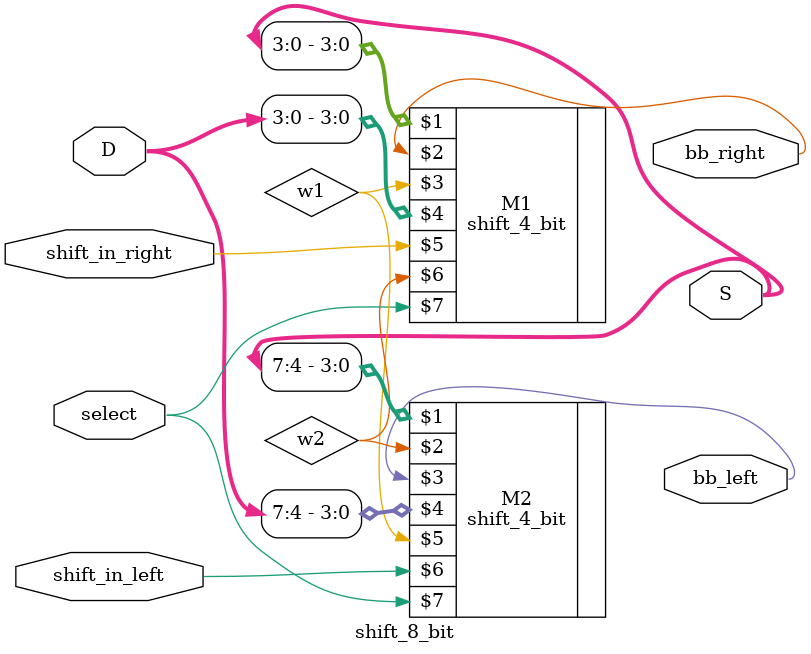
<source format=v>

module shift_8_bit(
    output [7:0]        S,
    output              bb_right, bb_left,

    input [7:0]         D,
    input               shift_in_right, shift_in_left,
    input               select // if 0, shift left, if 1, shift right
);

wire w1, w2;

shift_4_bit M1(S[3:0], bb_right, w1, D[3:0], shift_in_right, w2, select);
shift_4_bit M2(S[7:4], w2, bb_left, D[7:4], w1, shift_in_left, select);

endmodule
</source>
